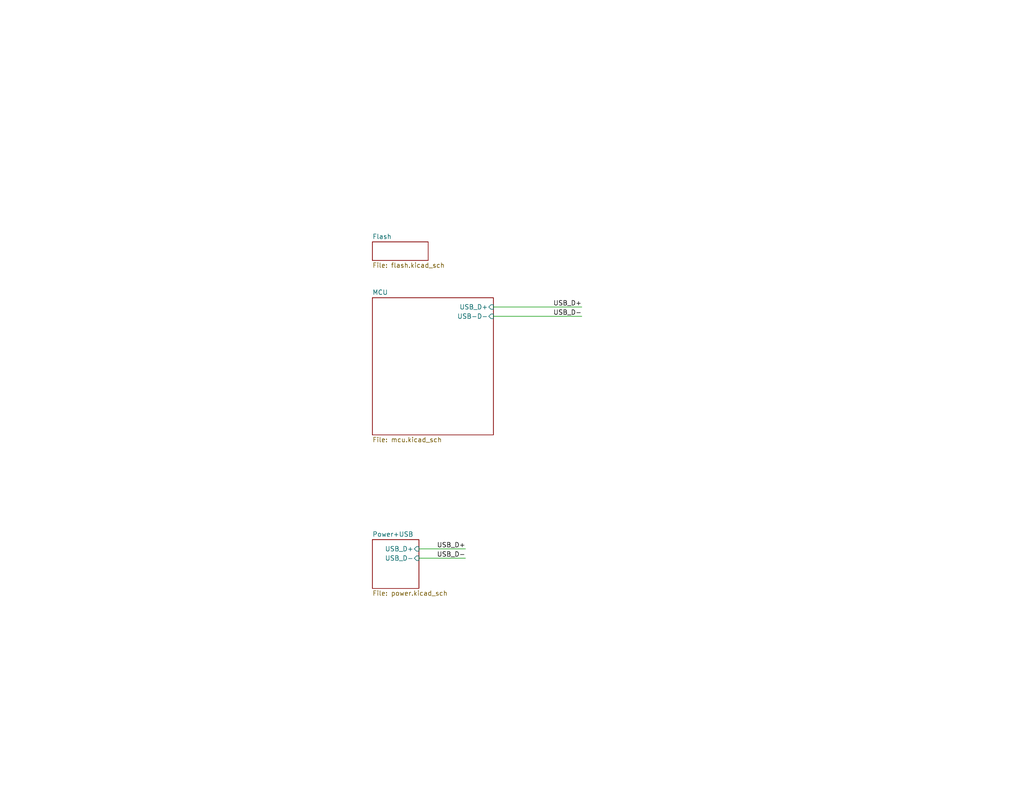
<source format=kicad_sch>
(kicad_sch
	(version 20231120)
	(generator "eeschema")
	(generator_version "8.0")
	(uuid "5e404b8e-7f18-4204-bb67-87c83d2db771")
	(paper "A")
	(title_block
		(title "Jolt 2 - Left")
	)
	(lib_symbols)
	(wire
		(pts
			(xy 114.3 152.4) (xy 127 152.4)
		)
		(stroke
			(width 0)
			(type default)
		)
		(uuid "41760b33-754e-4ebf-8e74-1371f1509a51")
	)
	(wire
		(pts
			(xy 114.3 149.86) (xy 127 149.86)
		)
		(stroke
			(width 0)
			(type default)
		)
		(uuid "68d8e9bb-6219-4482-8d58-2e0e735c2c7c")
	)
	(wire
		(pts
			(xy 134.62 83.82) (xy 158.75 83.82)
		)
		(stroke
			(width 0)
			(type default)
		)
		(uuid "d4fa4ea6-51fa-4069-b0e6-cd3f76df1763")
	)
	(wire
		(pts
			(xy 134.62 86.36) (xy 158.75 86.36)
		)
		(stroke
			(width 0)
			(type default)
		)
		(uuid "fc49fd1c-8b10-44a6-9996-52193e428b74")
	)
	(label "USB_D-"
		(at 127 152.4 180)
		(effects
			(font
				(size 1.27 1.27)
			)
			(justify right bottom)
		)
		(uuid "46dad326-c7b3-4ff5-9b0f-6f374467e5e9")
	)
	(label "USB_D+"
		(at 158.75 83.82 180)
		(effects
			(font
				(size 1.27 1.27)
			)
			(justify right bottom)
		)
		(uuid "86471945-aabd-44e3-a617-e0dd9b5877fd")
	)
	(label "USB_D+"
		(at 127 149.86 180)
		(effects
			(font
				(size 1.27 1.27)
			)
			(justify right bottom)
		)
		(uuid "8b1f597e-c3b0-4122-8c01-9f5db8ee1511")
	)
	(label "USB_D-"
		(at 158.75 86.36 180)
		(effects
			(font
				(size 1.27 1.27)
			)
			(justify right bottom)
		)
		(uuid "bfac9d0e-d783-4fd5-8c00-25af4b0a85f1")
	)
	(sheet
		(at 101.6 81.28)
		(size 33.02 37.465)
		(fields_autoplaced yes)
		(stroke
			(width 0.1524)
			(type solid)
		)
		(fill
			(color 0 0 0 0.0000)
		)
		(uuid "71e7df0f-b1c8-4404-9fb3-fe16e4220fb1")
		(property "Sheetname" "MCU"
			(at 101.6 80.5684 0)
			(effects
				(font
					(size 1.27 1.27)
				)
				(justify left bottom)
			)
		)
		(property "Sheetfile" "mcu.kicad_sch"
			(at 101.6 119.3296 0)
			(effects
				(font
					(size 1.27 1.27)
				)
				(justify left top)
			)
		)
		(pin "USB_D+" input
			(at 134.62 83.82 0)
			(effects
				(font
					(size 1.27 1.27)
				)
				(justify right)
			)
			(uuid "c759838a-fc2c-4ac2-a8dc-b1552f1099ca")
		)
		(pin "USB-D-" input
			(at 134.62 86.36 0)
			(effects
				(font
					(size 1.27 1.27)
				)
				(justify right)
			)
			(uuid "631b9577-9d61-4ae0-b095-e9df5ce97a26")
		)
		(instances
			(project "j3-mez-2040"
				(path "/5e404b8e-7f18-4204-bb67-87c83d2db771"
					(page "9")
				)
			)
		)
	)
	(sheet
		(at 101.6 66.04)
		(size 15.24 5.08)
		(fields_autoplaced yes)
		(stroke
			(width 0.1524)
			(type solid)
		)
		(fill
			(color 0 0 0 0.0000)
		)
		(uuid "83902f8d-393e-44e1-a57d-86e4f1895520")
		(property "Sheetname" "Flash"
			(at 101.6 65.3284 0)
			(effects
				(font
					(size 1.27 1.27)
				)
				(justify left bottom)
			)
		)
		(property "Sheetfile" "flash.kicad_sch"
			(at 101.6 71.7046 0)
			(effects
				(font
					(size 1.27 1.27)
				)
				(justify left top)
			)
		)
		(instances
			(project "j3-mez-2040"
				(path "/5e404b8e-7f18-4204-bb67-87c83d2db771"
					(page "11")
				)
			)
		)
	)
	(sheet
		(at 101.6 147.32)
		(size 12.7 13.335)
		(fields_autoplaced yes)
		(stroke
			(width 0.1524)
			(type solid)
		)
		(fill
			(color 0 0 0 0.0000)
		)
		(uuid "a1c76de4-528d-42ab-822c-b4e73696ff22")
		(property "Sheetname" "Power+USB"
			(at 101.6 146.6084 0)
			(effects
				(font
					(size 1.27 1.27)
				)
				(justify left bottom)
			)
		)
		(property "Sheetfile" "power.kicad_sch"
			(at 101.6 161.2396 0)
			(effects
				(font
					(size 1.27 1.27)
				)
				(justify left top)
			)
		)
		(pin "USB_D+" input
			(at 114.3 149.86 0)
			(effects
				(font
					(size 1.27 1.27)
				)
				(justify right)
			)
			(uuid "f2111a2e-cdfb-4b46-b745-14fc8aa2d0f8")
		)
		(pin "USB_D-" input
			(at 114.3 152.4 0)
			(effects
				(font
					(size 1.27 1.27)
				)
				(justify right)
			)
			(uuid "4d1f435f-c437-407e-bf91-2886f53652a5")
		)
		(instances
			(project "j3-mez-2040"
				(path "/5e404b8e-7f18-4204-bb67-87c83d2db771"
					(page "10")
				)
			)
		)
	)
	(sheet_instances
		(path "/"
			(page "1")
		)
	)
)

</source>
